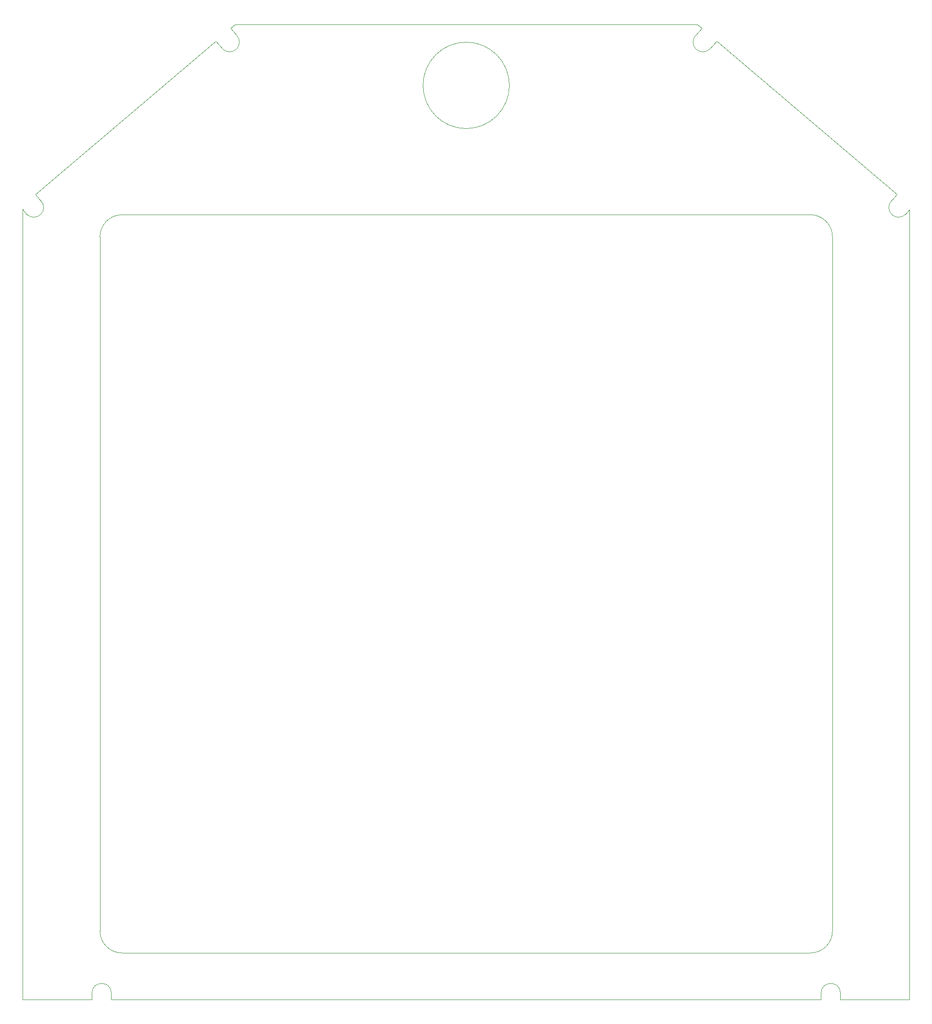
<source format=gbr>
%TF.GenerationSoftware,KiCad,Pcbnew,(6.0.9)*%
%TF.CreationDate,2023-01-21T03:06:26-09:00*%
%TF.ProjectId,AMPCD,414d5043-442e-46b6-9963-61645f706362,rev?*%
%TF.SameCoordinates,Original*%
%TF.FileFunction,Profile,NP*%
%FSLAX46Y46*%
G04 Gerber Fmt 4.6, Leading zero omitted, Abs format (unit mm)*
G04 Created by KiCad (PCBNEW (6.0.9)) date 2023-01-21 03:06:26*
%MOMM*%
%LPD*%
G01*
G04 APERTURE LIST*
%TA.AperFunction,Profile*%
%ADD10C,0.100000*%
%TD*%
G04 APERTURE END LIST*
D10*
X26950762Y-179570987D02*
X26950764Y-178427987D01*
X134519763Y-704187D02*
X49683763Y-704187D01*
X159348762Y-166998488D02*
X159348762Y-39679988D01*
X155284762Y-35615988D02*
X28918764Y-35615988D01*
X24854764Y-39679988D02*
X24854764Y-166998488D01*
X28918764Y-171062488D02*
X155284762Y-171062488D01*
X173508762Y-179570987D02*
X173508763Y-34676687D01*
X172746762Y-35552987D02*
X173508763Y-34676687D01*
X138075763Y-3752187D02*
X171159263Y-31882687D01*
X24854730Y-166998488D02*
G75*
G03*
X28918764Y-171062488I4064010J10D01*
G01*
X47397764Y-5212686D02*
G75*
G03*
X49937762Y-2672688I1269999J1269999D01*
G01*
X23394764Y-178427987D02*
X23394762Y-179570987D01*
X11456764Y-35552987D02*
X10631262Y-34600487D01*
X134265764Y-2672688D02*
X135345263Y-1402687D01*
X10631262Y-34600487D02*
X10631262Y-179570987D01*
X135345263Y-1402687D02*
X134519763Y-704187D01*
X157252762Y-178427987D02*
X157252762Y-179570987D01*
X48858263Y-1402687D02*
X49683763Y-704187D01*
X155284762Y-171062500D02*
G75*
G03*
X159348762Y-166998488I-22J4064022D01*
G01*
X11456764Y-35552987D02*
G75*
G03*
X13996762Y-33012989I1269999J1269999D01*
G01*
X159348730Y-39679988D02*
G75*
G03*
X155284762Y-35615988I-4063990J10D01*
G01*
X46127763Y-3752187D02*
X13044262Y-31869987D01*
X49937762Y-2672688D02*
X48858263Y-1402687D01*
X28918764Y-35616002D02*
G75*
G03*
X24854764Y-39679988I-24J-4063976D01*
G01*
X160808762Y-178427987D02*
G75*
G03*
X157252762Y-178427987I-1778000J0D01*
G01*
X160808762Y-178427987D02*
X160808762Y-179570987D01*
X160808762Y-179570987D02*
X173508762Y-179570987D01*
X47397764Y-5212686D02*
X46127763Y-3752187D01*
X170206764Y-33012989D02*
G75*
G03*
X172746762Y-35552987I1269999J-1269999D01*
G01*
X100026929Y-11880187D02*
G75*
G03*
X100026929Y-11880187I-7925166J0D01*
G01*
X170206764Y-33012989D02*
X171159263Y-31882687D01*
X134265764Y-2672688D02*
G75*
G03*
X136805762Y-5212686I1269999J-1269999D01*
G01*
X13996762Y-33012989D02*
X13044262Y-31869987D01*
X136805762Y-5212686D02*
X138075763Y-3752187D01*
X26950764Y-178427987D02*
G75*
G03*
X23394764Y-178427987I-1778000J0D01*
G01*
X157252762Y-179570987D02*
X26950762Y-179570987D01*
X23394762Y-179570987D02*
X10631262Y-179570987D01*
M02*

</source>
